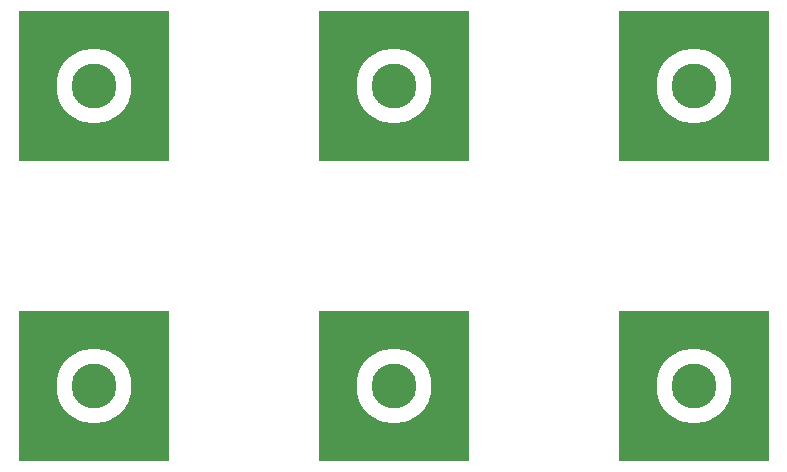
<source format=gbr>
%FSLAX34Y34*%
%MOIN*%
%ADD10R,0.5X0.5*%
%ADD11C,0.25*%
%ADD12C,0.15*%
%SRX3Y2I1J1*%
D10*
X0Y0D03*
%LPC*%
D11*
X0Y0D03*
%LPD*%
D12*
X0Y0D03*
M02*

</source>
